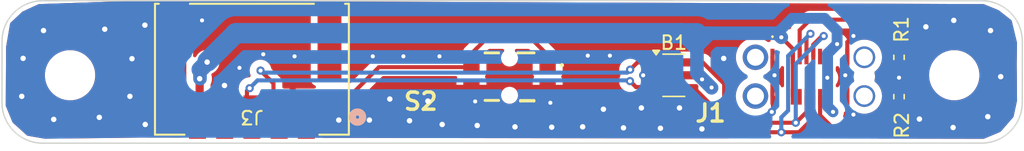
<source format=kicad_pcb>
(kicad_pcb (version 20240108) (generator "pcbnew") (generator_version "8.0")
  (layers (0 "F.Cu" signal) (31 "B.Cu" signal) (34 "B.Paste" user) (35 "F.Paste" user) (36 "B.SilkS" user "B.Silkscreen") (37 "F.SilkS" user "F.Silkscreen") (38 "B.Mask" user) (39 "F.Mask" user) (44 "Edge.Cuts" user))
  (property "SHEETTOTAL" "1")
  (net 0 "")
  (net 1 "/CC1")
  (net 2 "/USB_C_P")
  (net 3 "/USB_C_N")
  (net 4 "/CC2")
  (net 5 "/USB_N")
  (net 6 "GND")
  (net 7 "/USB_P")
  (net 8 "/VBUS")
  (net 9 "/SIG")
  (footprint "5023520500:CONN05_502352_MOL" (layer "F.Cu") (at 128.3666 94.400999 180)
    (property "Reference" "J3" (at 0 -3.529 180) (layer "F.SilkS"))
    (property "Value" "5023520500")
    (fp_circle (center -7.7597 -3.529) (end -7.3787 -3.529) (stroke (width 0.508)) (fill none) (layer "B.SilkS"))
    (fp_line (start 7.1247 4.826) (end 7.1247 -4.826) (stroke (width 0.1524)) (layer "F.SilkS"))
    (fp_line (start 7.1247 -4.826) (end 4.95504 -4.826) (stroke (width 0.1524)) (layer "F.SilkS"))
    (fp_line (start 6.845696 4.826) (end 7.1247 4.826) (stroke (width 0.1524)) (layer "F.SilkS"))
    (fp_line (start -4.554307 4.826) (end 4.554307 4.826) (stroke (width 0.1524)) (layer "F.SilkS"))
    (fp_line (start -4.95504 -4.826) (end -7.1247 -4.826) (stroke (width 0.1524)) (layer "F.SilkS"))
    (fp_line (start -7.1247 4.826) (end -6.845696 4.826) (stroke (width 0.1524)) (layer "F.SilkS"))
    (fp_line (start -7.1247 -4.826) (end -7.1247 4.826) (stroke (width 0.1524)) (layer "F.SilkS"))
    (fp_circle (center -7.7597 -3.529) (end -7.3787 -3.529) (stroke (width 0.508)) (fill none) (layer "F.SilkS"))
    (pad "1" smd rect (at -4 -3.529 180) (size 1.2446 3.2004) (layers "F.Cu" "F.Paste" "F.Mask") (net 9 "/SIG"))
    (pad "2" smd rect (at -2.000001 -3.529 180) (size 1.2446 3.2004) (layers "F.Cu" "F.Paste" "F.Mask") (net 5 "/USB_N"))
    (pad "3" smd rect (at 0 -3.529 180) (size 1.2446 3.2004) (layers "F.Cu" "F.Paste" "F.Mask") (net 7 "/USB_P"))
    (pad "4" smd rect (at 2.000001 -3.529 180) (size 1.2446 3.2004) (layers "F.Cu" "F.Paste" "F.Mask") (net 6 "GND"))
    (pad "5" smd rect (at 4 -3.529 180) (size 1.2446 3.2004) (layers "F.Cu" "F.Paste" "F.Mask") (net 8 "/VBUS"))
    (pad "6" smd rect (at -5.700001 1.950999 180) (size 1.7526 5.3594) (layers "F.Cu" "F.Paste" "F.Mask"))
    (pad "7" smd rect (at 5.700001 1.950999 180) (size 1.7526 5.3594) (layers "F.Cu" "F.Paste" "F.Mask"))
  )
  (footprint "MountingHole:MountingHole_3.2mm_M3" (layer "F.Cu") (at 179.985056 94.844104)
    (property "Reference" "H1" (hide yes))
    (property "Value" "MountingHole")
    (pad "" np_thru_hole circle (at 0 0) (size 3.2 3.2) (drill 3.2) (layers "*.Cu" "*.Mask"))
  )
  (footprint "MountingHole:MountingHole_3.2mm_M3" (layer "F.Cu") (at 115 94.844104)
    (property "Reference" "H2" (hide yes))
    (property "Value" "MountingHole")
    (pad "" np_thru_hole circle (at 0 0) (size 3.2 3.2) (drill 3.2) (layers "*.Cu" "*.Mask"))
  )
  (footprint "Resistor_SMD:R_0402_1005Metric" (layer "F.Cu") (at 175.925 96.425 90)
    (property "Reference" "R2" (at -2.121104 0.210056 90) (layer "F.SilkS"))
    (property "Value" "5k1")
    (fp_line (start -0.153641 -0.38) (end 0.153641 -0.38) (stroke (width 0.12)) (layer "F.SilkS"))
    (fp_line (start -0.153641 0.38) (end 0.153641 0.38) (stroke (width 0.12)) (layer "F.SilkS"))
    (pad "1" smd roundrect (at -0.51 0 90) (size 0.54 0.64) (layers "F.Cu" "F.Paste" "F.Mask") (net 4 "/CC2"))
    (pad "2" smd roundrect (at 0.51 0 90) (size 0.54 0.64) (layers "F.Cu" "F.Paste" "F.Mask") (net 6 "GND"))
  )
  (footprint "USBNEW:USB4145030070C" (layer "F.Cu") (at 169.375 94.95)
    (property "Reference" "J1" (at -7.3 2.698 0) (layer "F.SilkS") (effects (font (size 1.27 1.27) (thickness 0.254))))
    (property "Value" "USB4145-03-0070-C" (hide yes))
    (fp_line (start -2.75 -3) (end -2.75 -3) (stroke (width 0.1)) (layer "F.SilkS"))
    (fp_line (start -2.75 -2.9) (end -2.75 -2.9) (stroke (width 0.1)) (layer "F.SilkS"))
    (fp_arc (start -2.75 -3) (mid -2.7 -2.95) (end -2.75 -2.9) (stroke (width 0.1)) (layer "F.SilkS"))
    (fp_arc (start -2.75 -2.9) (mid -2.8 -2.95) (end -2.75 -3) (stroke (width 0.1)) (layer "F.SilkS"))
    (pad "" np_thru_hole circle (at -4 0) (size 0.66 0.66) (drill 0.66) (layers "*.Cu" "*.Mask"))
    (pad "" np_thru_hole circle (at 4 0) (size 1.08 1.08) (drill 1.08) (layers "*.Cu" "*.Mask"))
    (pad "A1" smd rect (at -2.75 -1.485) (size 0.3 1.15) (layers "F.Cu" "F.Paste" "F.Mask") (net 6 "GND"))
    (pad "A4" smd rect (at -1.25 -1.485) (size 0.3 1.15) (layers "F.Cu" "F.Paste" "F.Mask") (net 8 "/VBUS"))
    (pad "A5" smd rect (at -0.75 -1.485) (size 0.3 1.15) (layers "F.Cu" "F.Paste" "F.Mask") (net 1 "/CC1"))
    (pad "A6" smd rect (at -0.25 -1.485) (size 0.3 1.15) (layers "F.Cu" "F.Paste" "F.Mask") (net 2 "/USB_C_P"))
    (pad "A7" smd rect (at 0.25 -1.485) (size 0.3 1.15) (layers "F.Cu" "F.Paste" "F.Mask") (net 3 "/USB_C_N"))
    (pad "A8" smd rect (at 0.75 -1.485) (size 0.3 1.15) (layers "F.Cu" "F.Paste" "F.Mask"))
    (pad "A9" smd rect (at 1.25 -1.485) (size 0.3 1.15) (layers "F.Cu" "F.Paste" "F.Mask") (net 8 "/VBUS"))
    (pad "A12" smd rect (at 2.75 -1.485) (size 0.3 1.15) (layers "F.Cu" "F.Paste" "F.Mask") (net 6 "GND"))
    (pad "B1" smd rect (at 2.75 1.485) (size 0.3 1.15) (layers "F.Cu" "F.Paste" "F.Mask") (net 6 "GND"))
    (pad "B4" smd rect (at 1.25 1.485) (size 0.3 1.15) (layers "F.Cu" "F.Paste" "F.Mask") (net 8 "/VBUS"))
    (pad "B5" smd rect (at 0.75 1.485) (size 0.3 1.15) (layers "F.Cu" "F.Paste" "F.Mask") (net 4 "/CC2"))
    (pad "B6" smd rect (at 0.25 1.485) (size 0.3 1.15) (layers "F.Cu" "F.Paste" "F.Mask") (net 2 "/USB_C_P"))
    (pad "B7" smd rect (at -0.25 1.485) (size 0.3 1.15) (layers "F.Cu" "F.Paste" "F.Mask") (net 3 "/USB_C_N"))
    (pad "B8" smd rect (at -0.75 1.485) (size 0.3 1.15) (layers "F.Cu" "F.Paste" "F.Mask"))
    (pad "B9" smd rect (at -1.25 1.485) (size 0.3 1.15) (layers "F.Cu" "F.Paste" "F.Mask") (net 8 "/VBUS"))
    (pad "B12" smd rect (at -2.75 1.485) (size 0.3 1.15) (layers "F.Cu" "F.Paste" "F.Mask") (net 6 "GND"))
    (pad "MH1" thru_hole circle (at -4 -1.43) (size 1.875 1.875) (drill 1.25) (layers "*.Cu" "*.Mask"))
    (pad "MH2" thru_hole circle (at 4 -1.43) (size 1.6 1.6) (drill 1.25) (layers "*.Cu" "*.Mask"))
    (pad "MH3" thru_hole circle (at 4 1.43) (size 1.6 1.6) (drill 1.25) (layers "*.Cu" "*.Mask"))
    (pad "MH4" thru_hole circle (at -4 1.43) (size 1.875 1.875) (drill 1.25) (layers "*.Cu" "*.Mask"))
  )
  (footprint "TL10:TL1014BF220QG" (layer "F.Cu") (at 147.3 94.95)
    (property "Reference" "S2" (at -6.525 1.825 0) (layer "F.SilkS") (effects (font (size 1.27 1.27) (thickness 0.254))))
    (property "Value" "TL1014BF220QG" (hide yes))
    (fp_line (start -1.8 -1.75) (end -1.8 -1.75) (stroke (width 0.2)) (layer "F.SilkS"))
    (fp_line (start -1.8 -1.75) (end -0.8 -1.75) (stroke (width 0.2)) (layer "F.SilkS"))
    (fp_line (start -1.8 1.75) (end -1.8 1.75) (stroke (width 0.2)) (layer "F.SilkS"))
    (fp_line (start -1.8 1.75) (end -0.8 1.75) (stroke (width 0.2)) (layer "F.SilkS"))
    (fp_line (start -0.8 -1.75) (end -1.8 -1.75) (stroke (width 0.2)) (layer "F.SilkS"))
    (fp_line (start -0.8 -1.75) (end -0.8 -1.75) (stroke (width 0.2)) (layer "F.SilkS"))
    (fp_line (start -0.8 1.75) (end -1.8 1.75) (stroke (width 0.2)) (layer "F.SilkS"))
    (fp_line (start -0.8 1.75) (end -0.8 1.75) (stroke (width 0.2)) (layer "F.SilkS"))
    (fp_line (start 0.6 -1.75) (end 0.6 -1.75) (stroke (width 0.2)) (layer "F.SilkS"))
    (fp_line (start 0.6 -1.75) (end 1.8 -1.75) (stroke (width 0.2)) (layer "F.SilkS"))
    (fp_line (start 0.8 1.75) (end 0.8 1.8) (stroke (width 0.2)) (layer "F.SilkS"))
    (fp_line (start 0.8 1.8) (end 1.8 1.8) (stroke (width 0.2)) (layer "F.SilkS"))
    (fp_line (start 1.8 -1.75) (end 0.6 -1.75) (stroke (width 0.2)) (layer "F.SilkS"))
    (fp_line (start 1.8 -1.75) (end 1.8 -1.75) (stroke (width 0.2)) (layer "F.SilkS"))
    (fp_line (start 1.8 1.75) (end 0.8 1.75) (stroke (width 0.2)) (layer "F.SilkS"))
    (fp_line (start 1.8 1.8) (end 1.8 1.75) (stroke (width 0.2)) (layer "F.SilkS"))
    (fp_line (start 3.8 -0.85) (end 3.8 -0.85) (stroke (width 0.2)) (layer "F.SilkS"))
    (fp_line (start 3.8 -0.85) (end 3.8 -0.85) (stroke (width 0.2)) (layer "F.SilkS"))
    (fp_line (start 3.9 -0.85) (end 3.9 -0.85) (stroke (width 0.2)) (layer "F.SilkS"))
    (fp_arc (start 3.8 -0.85) (mid 3.85 -0.9) (end 3.9 -0.85) (stroke (width 0.2)) (layer "F.SilkS"))
    (fp_arc (start 3.9 -0.85) (mid 3.85 -0.8) (end 3.8 -0.85) (stroke (width 0.2)) (layer "F.SilkS"))
    (fp_arc (start 3.9 -0.85) (mid 3.85 -0.8) (end 3.8 -0.85) (stroke (width 0.2)) (layer "F.SilkS"))
    (pad "" np_thru_hole circle (at 0 -1.375) (size 0.75 0.75) (drill 0.75) (layers "*.Cu" "*.Mask"))
    (pad "" np_thru_hole circle (at 0 1.375) (size 0.75 0.75) (drill 0.75) (layers "*.Cu" "*.Mask"))
    (pad "1" smd rect (at 2.8 -0.85 90) (size 1 1.2) (layers "F.Cu" "F.Paste" "F.Mask") (net 9 "/SIG"))
    (pad "2" smd rect (at 2.8 0.85 90) (size 1 1.2) (layers "F.Cu" "F.Paste" "F.Mask") (net 6 "GND"))
    (pad "3" smd rect (at -2.8 -0.85 90) (size 1 1.2) (layers "F.Cu" "F.Paste" "F.Mask") (net 9 "/SIG"))
    (pad "4" smd rect (at -2.8 0.85 90) (size 1 1.2) (layers "F.Cu" "F.Paste" "F.Mask") (net 6 "GND"))
  )
  (footprint "Package_TO_SOT_SMD:SOT-23-6" (layer "F.Cu") (at 159.375 94.848)
    (property "Reference" "B1" (at 0 -2.4 0) (layer "F.SilkS"))
    (property "Value" "USBLC6-2SC6")
    (fp_line (start 0 -1.56) (end -0.8 -1.56) (stroke (width 0.12)) (layer "F.SilkS"))
    (fp_line (start 0 -1.56) (end 0.8 -1.56) (stroke (width 0.12)) (layer "F.SilkS"))
    (fp_line (start 0 1.56) (end -0.8 1.56) (stroke (width 0.12)) (layer "F.SilkS"))
    (fp_line (start 0 1.56) (end 0.8 1.56) (stroke (width 0.12)) (layer "F.SilkS"))
    (fp_poly (pts (xy -1.3 -1.51) (xy -1.54 -1.84) (xy -1.06 -1.84) (xy -1.3 -1.51)) (stroke (width 0.12)) (fill solid) (layer "F.SilkS"))
    (pad "1" smd roundrect (at -1.1375 -0.95) (size 1.325 0.6) (layers "F.Cu" "F.Paste" "F.Mask") (net 5 "/USB_N"))
    (pad "2" smd roundrect (at -1.1375 0) (size 1.325 0.6) (layers "F.Cu" "F.Paste" "F.Mask") (net 6 "GND"))
    (pad "3" smd roundrect (at -1.1375 0.95) (size 1.325 0.6) (layers "F.Cu" "F.Paste" "F.Mask") (net 7 "/USB_P"))
    (pad "4" smd roundrect (at 1.1375 0.95) (size 1.325 0.6) (layers "F.Cu" "F.Paste" "F.Mask") (net 2 "/USB_C_P"))
    (pad "5" smd roundrect (at 1.1375 0) (size 1.325 0.6) (layers "F.Cu" "F.Paste" "F.Mask") (net 8 "/VBUS"))
    (pad "6" smd roundrect (at 1.1375 -0.95) (size 1.325 0.6) (layers "F.Cu" "F.Paste" "F.Mask") (net 3 "/USB_C_N"))
  )
  (footprint "Resistor_SMD:R_0402_1005Metric" (layer "F.Cu") (at 175.925 93.525 -90)
    (property "Reference" "R1" (at -2.053896 -0.185056 90) (layer "F.SilkS"))
    (property "Value" "5k1")
    (fp_line (start -0.153641 0.38) (end 0.153641 0.38) (stroke (width 0.12)) (layer "F.SilkS"))
    (fp_line (start -0.153641 -0.38) (end 0.153641 -0.38) (stroke (width 0.12)) (layer "F.SilkS"))
    (pad "1" smd roundrect (at -0.51 0 270) (size 0.54 0.64) (layers "F.Cu" "F.Paste" "F.Mask") (net 1 "/CC1"))
    (pad "2" smd roundrect (at 0.51 0 270) (size 0.54 0.64) (layers "F.Cu" "F.Paste" "F.Mask") (net 6 "GND"))
  )
  (gr_arc (start 184.985 96.849996) (mid 184.106322 98.971319) (end 181.985 99.85) (stroke (width 0.1)) (layer "Edge.Cuts"))
  (gr_arc (start 112.996323 99.853678) (mid 110.875 98.975) (end 109.996319 96.853678) (stroke (width 0.1)) (layer "Edge.Cuts"))
  (gr_line (start 109.996319 96.853678) (end 110 92.350004) (stroke (width 0.1)) (layer "Edge.Cuts"))
  (gr_line (start 112.996323 99.853678) (end 181.985 99.85) (stroke (width 0.1)) (layer "Edge.Cuts"))
  (gr_line (start 113 89.35) (end 181.988677 89.346322) (stroke (width 0.1)) (layer "Edge.Cuts"))
  (gr_arc (start 181.988677 89.346322) (mid 184.110004 90.224995) (end 184.988681 92.346322) (stroke (width 0.1)) (layer "Edge.Cuts"))
  (gr_line (start 184.988681 92.346322) (end 184.985 96.849996) (stroke (width 0.1)) (layer "Edge.Cuts"))
  (gr_arc (start 110 92.350004) (mid 110.878678 90.228681) (end 113 89.35) (stroke (width 0.1)) (layer "Edge.Cuts"))
  (segment (start 173.594048 90.748) (end 175.864944 93.018896) (width 0.3) (layer "F.Cu") (net 1))
  (segment (start 168.625 91.51884) (end 169.39584 90.748) (width 0.3) (layer "F.Cu") (net 1))
  (segment (start 169.39584 90.748) (end 173.594048 90.748) (width 0.3) (layer "F.Cu") (net 1))
  (segment (start 168.625 93.465) (end 168.625 91.51884) (width 0.3) (layer "F.Cu") (net 1))
  (segment (start 164.123 99.048) (end 160.873 95.798) (width 0.3) (layer "F.Cu") (net 2))
  (segment (start 169.41538 91.78838) (end 169.125 92.07876) (width 0.3) (layer "F.Cu") (net 2))
  (segment (start 168.575 99.048) (end 164.123 99.048) (width 0.3) (layer "F.Cu") (net 2))
  (segment (start 169.125 92.07876) (end 169.125 93.465) (width 0.3) (layer "F.Cu") (net 2))
  (segment (start 160.873 95.798) (end 160.5125 95.798) (width 0.3) (layer "F.Cu") (net 2))
  (segment (start 169.625 97.998) (end 168.575 99.048) (width 0.3) (layer "F.Cu") (net 2))
  (segment (start 169.625 96.435) (end 169.625 97.998) (width 0.3) (layer "F.Cu") (net 2))
  (via (at 169.41538 91.78838) (size 0.6) (drill 0.3) (layers "F.Cu" "B.Cu") (net 2))
  (via (at 167.275 99.048) (size 0.6) (drill 0.3) (layers "F.Cu" "B.Cu") (net 2))
  (segment (start 167.275 97.948) (end 167.275 99.048) (width 0.3) (layer "B.Cu") (net 2))
  (segment (start 167.775 97.448) (end 167.275 97.948) (width 0.3) (layer "B.Cu") (net 2))
  (segment (start 167.775 93.41884) (end 167.775 97.448) (width 0.3) (layer "B.Cu") (net 2))
  (segment (start 169.41538 91.78838) (end 169.40546 91.78838) (width 0.3) (layer "B.Cu") (net 2))
  (segment (start 169.40546 91.78838) (end 167.775 93.41884) (width 0.3) (layer "B.Cu") (net 2))
  (segment (start 168.337 98.348) (end 169.125 97.56) (width 0.3) (layer "F.Cu") (net 3))
  (segment (start 169.625 92.59) (end 169.625 93.465) (width 0.3) (layer "F.Cu") (net 3))
  (segment (start 163.075 96.938) (end 163.075 95.475) (width 0.3) (layer "F.Cu") (net 3))
  (segment (start 163.075 95.475) (end 161.498 93.898) (width 0.3) (layer "F.Cu") (net 3))
  (segment (start 170.389944 91.953896) (end 170.261104 91.953896) (width 0.3) (layer "F.Cu") (net 3))
  (segment (start 164.485 98.348) (end 163.075 96.938) (width 0.3) (layer "F.Cu") (net 3))
  (segment (start 170.261104 91.953896) (end 169.625 92.59) (width 0.3) (layer "F.Cu") (net 3))
  (segment (start 161.498 93.898) (end 160.5125 93.898) (width 0.3) (layer "F.Cu") (net 3))
  (segment (start 169.125 97.56) (end 169.125 96.435) (width 0.3) (layer "F.Cu") (net 3))
  (segment (start 168.337 98.348) (end 164.485 98.348) (width 0.3) (layer "F.Cu") (net 3))
  (via (at 170.389944 91.953896) (size 0.6) (drill 0.3) (layers "F.Cu" "B.Cu") (net 3))
  (via (at 168.337 98.348) (size 0.6) (drill 0.3) (layers "F.Cu" "B.Cu") (net 3))
  (segment (start 168.337 94.00684) (end 168.337 98.348) (width 0.3) (layer "B.Cu") (net 3))
  (segment (start 170.389944 91.953896) (end 168.337 94.00684) (width 0.3) (layer "B.Cu") (net 3))
  (segment (start 170.125 96.435) (end 170.125 97.798) (width 0.3) (layer "F.Cu") (net 4))
  (segment (start 170.125 97.798) (end 170.975 98.648) (width 0.3) (layer "F.Cu") (net 4))
  (segment (start 170.975 98.648) (end 174.212 98.648) (width 0.3) (layer "F.Cu") (net 4))
  (segment (start 174.212 98.648) (end 175.925 96.935) (width 0.3) (layer "F.Cu") (net 4))
  (segment (start 129.95 96.626423) (end 130.425 97.101423) (width 0.3) (layer "F.Cu") (net 5))
  (segment (start 129.95 95.45) (end 129.95 96.626423) (width 0.3) (layer "F.Cu") (net 5))
  (segment (start 156.162932 94.433492) (end 156.698424 93.898) (width 0.3) (layer "F.Cu") (net 5))
  (segment (start 156.698424 93.898) (end 158.2375 93.898) (width 0.3) (layer "F.Cu") (net 5))
  (segment (start 129 94.5) (end 129.95 95.45) (width 0.3) (layer "F.Cu") (net 5))
  (via (at 156.162932 94.433492) (size 0.6) (drill 0.3) (layers "F.Cu" "B.Cu") (net 5))
  (via (at 129 94.5) (size 0.6) (drill 0.3) (layers "F.Cu" "B.Cu") (net 5))
  (segment (start 156.162932 94.433492) (end 156.162932 94.461669) (width 0.3) (layer "B.Cu") (net 5))
  (segment (start 129 94.5) (end 129.15 94.65) (width 0.3) (layer "B.Cu") (net 5))
  (segment (start 155.946424 94.65) (end 156.162932 94.433492) (width 0.3) (layer "B.Cu") (net 5))
  (segment (start 129.15 94.65) (end 155.946424 94.65) (width 0.3) (layer "B.Cu") (net 5))
  (segment (start 172.125 92.398) (end 172.575 91.948) (width 0.3) (layer "F.Cu") (net 6))
  (segment (start 150.3 95.8) (end 150.3 96.875) (width 0.5) (layer "F.Cu") (net 6))
  (segment (start 172.125 93.465) (end 172.125 92.398) (width 0.3) (layer "F.Cu") (net 6))
  (segment (start 172.125 94.698) (end 172.125 93.465) (width 0.3) (layer "F.Cu") (net 6))
  (segment (start 166.625 96.435) (end 166.625 94.998) (width 0.3) (layer "F.Cu") (net 6))
  (segment (start 175.925 94.035) (end 175.925 95.025) (width 0.6) (layer "F.Cu") (net 6))
  (segment (start 172.125 96.435) (end 172.125 97.298) (width 0.3) (layer "F.Cu") (net 6))
  (segment (start 166.625 94.998) (end 166.775 94.848) (width 0.2) (layer "F.Cu") (net 6))
  (segment (start 166.625 94.698) (end 166.775 94.848) (width 0.2) (layer "F.Cu") (net 6))
  (segment (start 166.6625 97.4605) (end 166.6625 96.435) (width 0.3) (layer "F.Cu") (net 6))
  (segment (start 158.45 94.848) (end 157.12084 94.848) (width 0.5) (layer "F.Cu") (net 6))
  (segment (start 171.975 94.848) (end 172.125 94.998) (width 0.3) (layer "F.Cu") (net 6))
  (segment (start 166.625 93.465) (end 166.625 94.698) (width 0.3) (layer "F.Cu") (net 6))
  (segment (start 166.575 97.548) (end 166.6625 97.4605) (width 0.3) (layer "F.Cu") (net 6))
  (segment (start 144.775 95.7) (end 144.775 96.775) (width 0.5) (layer "F.Cu") (net 6))
  (segment (start 171.975 94.848) (end 172.125 94.698) (width 0.3) (layer "F.Cu") (net 6))
  (segment (start 175.925 95.915) (end 175.925 95.025) (width 0.6) (layer "F.Cu") (net 6))
  (segment (start 126.35 95.65) (end 126.35 98.024996) (width 0.7) (layer "F.Cu") (net 6))
  (segment (start 172.125 97.298) (end 172.575 97.748) (width 0.3) (layer "F.Cu") (net 6))
  (segment (start 172.125 94.998) (end 172.125 96.435) (width 0.3) (layer "F.Cu") (net 6))
  (via (at 175.925 95.025) (size 0.6) (drill 0.3) (layers "F.Cu" "B.Cu") (net 6))
  (via (at 113.05 91.55) (size 0.8) (drill 0.4) (layers "F.Cu" "B.Cu") (net 6))
  (via (at 154.675 93.4) (size 0.6) (drill 0.3) (layers "F.Cu" "B.Cu") (net 6))
  (via (at 179.9 98.7) (size 0.8) (drill 0.4) (layers "F.Cu" "B.Cu") (net 6))
  (via (at 163.039944 93.603896) (size 0.8) (drill 0.4) (layers "F.Cu" "B.Cu") (net 6))
  (via (at 111.45 96.4) (size 0.8) (drill 0.4) (layers "F.Cu" "B.Cu") (net 6))
  (via (at 166.575 97.548) (size 0.6) (drill 0.3) (layers "F.Cu" "B.Cu") (net 6))
  (via (at 147.7 98.65) (size 0.8) (drill 0.4) (layers "F.Cu" "B.Cu") (net 6))
  (via (at 139.95 98.2) (size 0.8) (drill 0.4) (layers "F.Cu" "B.Cu") (net 6))
  (via (at 113.8 98.1) (size 0.8) (drill 0.4) (layers "F.Cu" "B.Cu") (net 6))
  (via (at 166.775 94.848) (size 0.6) (drill 0.3) (layers "F.Cu" "B.Cu") (net 6))
  (via (at 120.5 91.15) (size 0.8) (drill 0.4) (layers "F.Cu" "B.Cu") (net 6))
  (via (at 117.55 91.45) (size 0.8) (drill 0.4) (layers "F.Cu" "B.Cu") (net 6))
  (via (at 134.75 98.15) (size 0.8) (drill 0.4) (layers "F.Cu" "B.Cu") (net 6))
  (via (at 144.775 96.775) (size 0.6) (drill 0.3) (layers "F.Cu" "B.Cu") (net 6))
  (via (at 137 98.15) (size 0.8) (drill 0.4) (layers "F.Cu" "B.Cu") (net 6))
  (via (at 182.65 91.55) (size 0.8) (drill 0.4) (layers "F.Cu" "B.Cu") (net 6))
  (via (at 159.789944 97.253896) (size 0.8) (drill 0.4) (layers "F.Cu" "B.Cu") (net 6))
  (via (at 155.675 98.725) (size 0.8) (drill 0.4) (layers "F.Cu" "B.Cu") (net 6))
  (via (at 129.2 93.3) (size 0.6) (drill 0.3) (layers "F.Cu" "B.Cu") (net 6))
  (via (at 161.439944 98.803896) (size 0.8) (drill 0.4) (layers "F.Cu" "B.Cu") (net 6))
  (via (at 111.55 93.6) (size 0.8) (drill 0.4) (layers "F.Cu" "B.Cu") (net 6))
  (via (at 177.425 98.075) (size 0.8) (drill 0.4) (layers "F.Cu" "B.Cu") (net 6))
  (via (at 139.5 93.45) (size 0.6) (drill 0.3) (layers "F.Cu" "B.Cu") (net 6))
  (via (at 171.975 94.848) (size 0.6) (drill 0.3) (layers "F.Cu" "B.Cu") (net 6))
  (via (at 119.55 93.625) (size 0.8) (drill 0.4) (layers "F.Cu" "B.Cu") (net 6))
  (via (at 150.4 98.675) (size 0.8) (drill 0.4) (layers "F.Cu" "B.Cu") (net 6))
  (via (at 182.45 97.9) (size 0.8) (drill 0.4) (layers "F.Cu" "B.Cu") (net 6))
  (via (at 126.35 95.599998) (size 0.8) (drill 0.4) (layers "F.Cu" "B.Cu") (net 6))
  (via (at 152.675 98.65) (size 0.8) (drill 0.4) (layers "F.Cu" "B.Cu") (net 6))
  (via (at 157.12084 94.848) (size 0.6) (drill 0.3) (layers "F.Cu" "B.Cu") (net 6))
  (via (at 119.4 96.4) (size 0.8) (drill 0.4) (layers "F.Cu" "B.Cu") (net 6))
  (via (at 177.9 91.275) (size 0.8) (drill 0.4) (layers "F.Cu" "B.Cu") (net 6))
  (via (at 124.7 90.8) (size 0.6) (drill 0.3) (layers "F.Cu" "B.Cu") (net 6))
  (via (at 142.35 98.475) (size 0.8) (drill 0.4) (layers "F.Cu" "B.Cu") (net 6))
  (via (at 144.925 98.55) (size 0.8) (drill 0.4) (layers "F.Cu" "B.Cu") (net 6))
  (via (at 172.575 97.748) (size 0.6) (drill 0.3) (layers "F.Cu" "B.Cu") (net 6))
  (via (at 138.5 96.6) (size 0.8) (drill 0.4) (layers "F.Cu" "B.Cu") (net 6))
  (via (at 120.525 98.475) (size 0.8) (drill 0.4) (layers "F.Cu" "B.Cu") (net 6))
  (via (at 153.05 93.4) (size 0.6) (drill 0.3) (layers "F.Cu" "B.Cu") (net 6))
  (via (at 137.25 93.45) (size 0.6) (drill 0.3) (layers "F.Cu" "B.Cu") (net 6))
  (via (at 154.2 97.35) (size 0.8) (drill 0.4) (layers "F.Cu" "B.Cu") (net 6))
  (via (at 156.989944 97.253896) (size 0.8) (drill 0.4) (layers "F.Cu" "B.Cu") (net 6))
  (via (at 179.95 90.8) (size 0.8) (drill 0.4) (layers "F.Cu" "B.Cu") (net 6))
  (via (at 172.575 91.948) (size 0.6) (drill 0.3) (layers "F.Cu" "B.Cu") (net 6))
  (via (at 141.3 96.75) (size 0.8) (drill 0.4) (layers "F.Cu" "B.Cu") (net 6))
  (via (at 142.15 93.45) (size 0.6) (drill 0.3) (layers "F.Cu" "B.Cu") (net 6))
  (via (at 131.5 93.45) (size 0.6) (drill 0.3) (layers "F.Cu" "B.Cu") (net 6))
  (via (at 127.45 94.3) (size 0.6) (drill 0.3) (layers "F.Cu" "B.Cu") (net 6))
  (via (at 117.15 97.95) (size 0.8) (drill 0.4) (layers "F.Cu" "B.Cu") (net 6))
  (via (at 158.389944 98.753896) (size 0.8) (drill 0.4) (layers "F.Cu" "B.Cu") (net 6))
  (via (at 183.4 94.95) (size 0.8) (drill 0.4) (layers "F.Cu" "B.Cu") (net 6))
  (via (at 150.3 96.875) (size 0.6) (drill 0.3) (layers "F.Cu" "B.Cu") (net 6))
  (segment (start 128.2 95.8) (end 128 96) (width 0.3) (layer "F.Cu") (net 7))
  (segment (start 128 96) (end 128 97.346523) (width 0.3) (layer "F.Cu") (net 7))
  (segment (start 156.593181 95.716396) (end 158.596194 95.716396) (width 0.3) (layer "F.Cu") (net 7))
  (segment (start 128.625 96.801423) (end 128.825 97.001423) (width 0.3) (layer "F.Cu") (net 7))
  (segment (start 156.154234 95.277449) (end 156.593181 95.716396) (width 0.3) (layer "F.Cu") (net 7))
  (via (at 156.154234 95.277449) (size 0.6) (drill 0.3) (layers "F.Cu" "B.Cu") (net 7))
  (via (at 128.2 95.8) (size 0.6) (drill 0.3) (layers "F.Cu" "B.Cu") (net 7))
  (segment (start 128.2 95.8) (end 128.775 95.225) (width 0.3) (layer "B.Cu") (net 7))
  (segment (start 156.154234 95.277449) (end 156.105681 95.228896) (width 0.3) (layer "B.Cu") (net 7))
  (segment (start 128.775 95.225) (end 156.101785 95.225) (width 0.3) (layer "B.Cu") (net 7))
  (segment (start 156.101785 95.225) (end 156.154234 95.277449) (width 0.3) (layer "B.Cu") (net 7))
  (segment (start 170.625 96.435) (end 170.625 97.098) (width 0.3) (layer "F.Cu") (net 8))
  (segment (start 124.525 96.9786) (end 124.525 94.425) (width 0.6) (layer "F.Cu") (net 8))
  (segment (start 124.525 94.425) (end 125.125001 93.824999) (width 0.6) (layer "F.Cu") (net 8))
  (segment (start 168.125 92.898) (end 167.275 92.048) (width 0.3) (layer "F.Cu") (net 8))
  (segment (start 161.55 95.15) (end 161.5625 95.15) (width 0.3) (layer "F.Cu") (net 8))
  (segment (start 161.148 94.848) (end 161.45 95.15) (width 0.3) (layer "F.Cu") (net 8))
  (segment (start 161.475 95.125) (end 161.475 95.048) (width 0.3) (layer "F.Cu") (net 8))
  (segment (start 170.625 97.098) (end 171.075 97.548) (width 0.3) (layer "F.Cu") (net 8))
  (segment (start 162.15 95.7375) (end 162.15 95.75) (width 0.3) (layer "F.Cu") (net 8))
  (segment (start 161.45 95.15) (end 161.475 95.125) (width 0.3) (layer "F.Cu") (net 8))
  (segment (start 160.3 94.848) (end 161.148 94.848) (width 0.3) (layer "F.Cu") (net 8))
  (segment (start 171.375 92.548) (end 170.625 93.298) (width 0.3) (layer "F.Cu") (net 8))
  (segment (start 161.5625 95.15) (end 162.15 95.7375) (width 0.3) (layer "F.Cu") (net 8))
  (segment (start 170.625 93.298) (end 170.625 93.465) (width 0.3) (layer "F.Cu") (net 8))
  (segment (start 168.125 96.435) (end 168.125 93.465) (width 0.3) (layer "F.Cu") (net 8))
  (segment (start 170.625 96.435) (end 170.625 93.465) (width 0.3) (layer "F.Cu") (net 8))
  (segment (start 168.125 93.465) (end 168.125 92.898) (width 0.3) (layer "F.Cu") (net 8))
  (via (at 171.375 92.548) (size 0.6) (drill 0.3) (layers "F.Cu" "B.Cu") (net 8))
  (via (at 125.075 93.875) (size 0.8) (drill 0.4) (layers "F.Cu" "B.Cu") (net 8))
  (via (at 171.075 97.548) (size 0.6) (drill 0.3) (layers "F.Cu" "B.Cu") (net 8))
  (via (at 167.275 92.048) (size 0.6) (drill 0.3) (layers "F.Cu" "B.Cu") (net 8))
  (via (at 161.45 95.15) (size 0.6) (drill 0.3) (layers "F.Cu" "B.Cu") (net 8))
  (via (at 162.15 95.75) (size 0.6) (drill 0.3) (layers "F.Cu" "B.Cu") (net 8))
  (via (at 170.655 95.028) (size 0.6) (drill 0.3) (layers "F.Cu" "B.Cu") (net 8))
  (via (at 124.525 95.1) (size 0.8) (drill 0.4) (layers "F.Cu" "B.Cu") (net 8))
  (segment (start 125.15 93.825) (end 124.55 94.425) (width 1.25) (layer "B.Cu") (net 8))
  (segment (start 171.375 91.561604) (end 170.461396 90.648) (width 0.8) (layer "B.Cu") (net 8))
  (segment (start 166.975 91.748) (end 167.275 92.048) (width 1) (layer "B.Cu") (net 8))
  (segment (start 171.075 97.548) (end 170.675 97.148) (width 0.8) (layer "B.Cu") (net 8))
  (segment (start 171.275 92.448) (end 171.275 92.028761) (width 0.3) (layer "B.Cu") (net 8))
  (segment (start 124.55 95.1) (end 124.55 94.4) (width 1) (layer "B.Cu") (net 8))
  (segment (start 161.075 91.748) (end 162.039944 91.748) (width 1) (layer "B.Cu") (net 8))
  (segment (start 161.075 92.712944) (end 162.039944 91.748) (width 1) (layer "B.Cu") (net 8))
  (segment (start 127.180896 91.744104) (end 159.886048 91.744104) (width 1.5) (layer "B.Cu") (net 8))
  (segment (start 161.075 94.648) (end 161.075 94.7) (width 1) (layer "B.Cu") (net 8))
  (segment (start 170.675 97.148) (end 170.675 93.248) (width 0.8) (layer "B.Cu") (net 8))
  (segment (start 170.461396 90.648) (end 168.075 90.648) (width 0.8) (layer "B.Cu") (net 8))
  (segment (start 170.675 93.248) (end 171.375 92.548) (width 0.8) (layer "B.Cu") (net 8))
  (segment (start 161.075 93.053896) (end 161.075 94.648) (width 1) (layer "B.Cu") (net 8))
  (segment (start 161.075 94.7) (end 162.15 95.775) (width 1) (layer "B.Cu") (net 8))
  (segment (start 171.375 92.548) (end 171.375 91.561604) (width 0.8) (layer "B.Cu") (net 8))
  (segment (start 159.886048 91.744104) (end 159.889944 91.748) (width 1.5) (layer "B.Cu") (net 8))
  (segment (start 168.075 90.648) (end 166.975 91.748) (width 0.8) (layer "B.Cu") (net 8))
  (segment (start 125.109552 93.815448) (end 127.055896 91.869104) (width 1.5) (layer "B.Cu") (net 8))
  (segment (start 161.075 92.933056) (end 159.889944 91.748) (width 1) (layer "B.Cu") (net 8))
  (segment (start 161.075 91.748) (end 166.975 91.748) (width 1) (layer "B.Cu") (net 8))
  (segment (start 171.375 92.548) (end 171.275 92.448) (width 0.3) (layer "B.Cu") (net 8))
  (segment (start 161.075 93.053896) (end 161.075 92.712944) (width 1) (layer "B.Cu") (net 8))
  (segment (start 161.075 93.053896) (end 161.075 92.933056) (width 1) (layer "B.Cu") (net 8))
  (segment (start 159.889944 91.748) (end 161.075 91.748) (width 1.5) (layer "B.Cu") (net 8))
  (segment (start 161.075 91.748) (end 161.075 93.053896) (width 1) (layer "B.Cu") (net 8))
  (segment (start 127.055896 91.869104) (end 127.180896 91.744104) (width 1.5) (layer "B.Cu") (net 8))
  (segment (start 149 92.25) (end 150.1 93.35) (width 0.3) (layer "F.Cu") (net 9))
  (segment (start 145.5 92.25) (end 149 92.25) (width 0.3) (layer "F.Cu") (net 9))
  (segment (start 144.5 93.25) (end 145.5 92.25) (width 0.3) (layer "F.Cu") (net 9))
  (segment (start 137.7 94.25) (end 144.35 94.25) (width 0.3) (layer "F.Cu") (net 9))
  (segment (start 132.098577 97.001423) (end 134.948577 97.001423) (width 0.3) (layer "F.Cu") (net 9))
  (segment (start 144.5 94.1) (end 144.675 94.1) (width 0.3) (layer "F.Cu") (net 9))
  (segment (start 144.675 94.1) (end 144.925 94.35) (width 0.3) (layer "F.Cu") (net 9))
  (segment (start 150.1 93.35) (end 150.1 94.1) (width 0.3) (layer "F.Cu") (net 9))
  (segment (start 144.5 94.1) (end 144.5 93.25) (width 0.3) (layer "F.Cu") (net 9))
  (segment (start 144.35 94.25) (end 144.5 94.1) (width 0.3) (layer "F.Cu") (net 9))
  (segment (start 134.948577 97.001423) (end 137.7 94.25) (width 0.3) (layer "F.Cu") (net 9))
  (zone (net 6) (net_name "GND") (layers "F&B.Cu") (connect_pads (clearance 0.5)) (min_thickness 0.25) (fill yes (thermal_gap 0.5) (thermal_bridge_width 0.5))
    (polygon (pts (xy 110.3 92.75) (xy 110.6 91) (xy 111.5 90.15) (xy 112.7 89.6) (xy 119.9 89.35) (xy 182.15 89.6) (xy 183.25 90.05) (xy 184.2 90.8) (xy 184.6 92.46) (xy 184.575056 93.974104) (xy 184.6 96.71) (xy 184.34 97.92) (xy 183.38 99.02) (xy 182.16 99.53) (xy 120.085056 99.444104) (xy 113.15 99.525) (xy 111.85 99.3) (xy 110.775 98.325) (xy 110.275 97.1)))
  )
)
</source>
